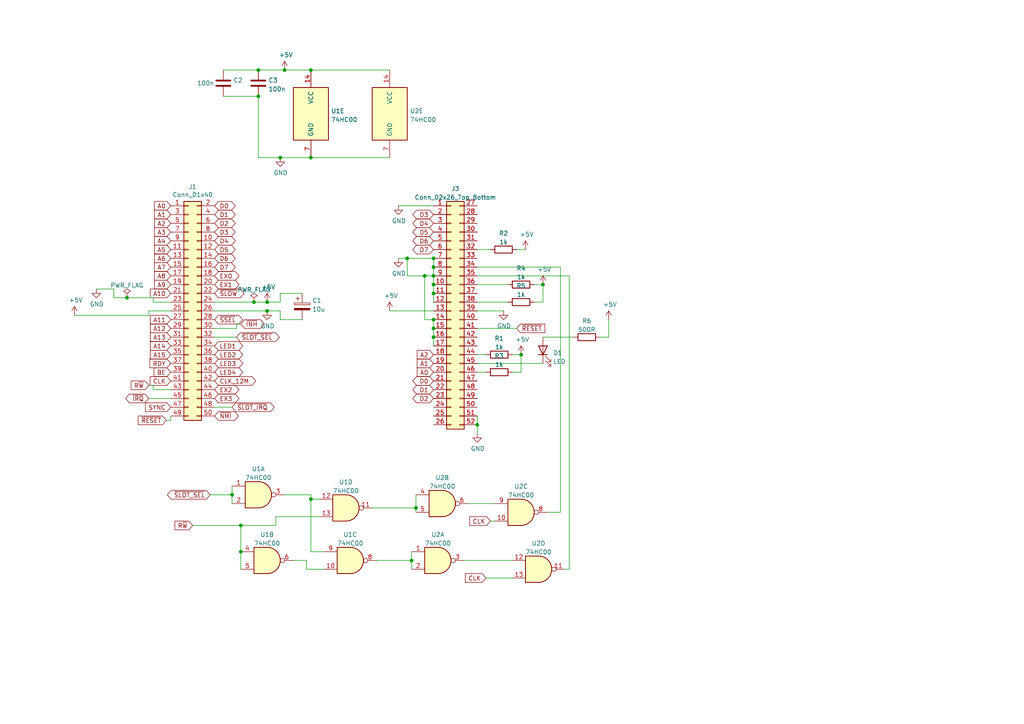
<source format=kicad_sch>
(kicad_sch (version 20211123) (generator eeschema)
  (paper "A4")
  (title_block (title "Compact Flash Board") (date "2023-02-25") (rev "${VERSION}") (company "Six Pixels"))
  (lib_symbols
    (symbol "74xx:74HC00" (pin_names (offset 1.016))
      (property "Reference" "U" (at 0 1.27 0))
      (property "Value" "74HC00" (at 0 -1.27 0))
      (symbol "74HC00_1_1"
        (arc (start 0 -3.81) (mid 3.81 0) (end 0 3.81) (stroke (width 0.254)) (fill (type background)))
        (polyline (pts (xy 0 3.81) (xy -3.81 3.81) (xy -3.81 -3.81) (xy 0 -3.81)) (stroke (width 0.254)) (fill (type background)))
        (pin input line (at -7.62 2.54 0) (length 3.81) (name "~") (number "1"))
        (pin input line (at -7.62 -2.54 0) (length 3.81) (name "~") (number "2"))
        (pin output inverted (at 7.62 0 180) (length 3.81) (name "~") (number "3"))
      )
      (symbol "74HC00_1_2"
        (arc (start -3.81 -3.81) (mid -2.589 0) (end -3.81 3.81) (stroke (width 0.254)))
        (arc (start -0.6096 -3.81) (mid 2.1842 -2.5851) (end 3.81 0) (stroke (width 0.254)) (fill (type background)))
        (polyline (pts (xy -3.81 -3.81) (xy -0.635 -3.81)) (stroke (width 0.254)) (fill (type background)))
        (polyline (pts (xy -3.81 3.81) (xy -0.635 3.81)) (stroke (width 0.254)) (fill (type background)))
        (polyline (pts (xy -0.635 3.81) (xy -3.81 3.81) (xy -3.81 3.81) (xy -3.556 3.4036) (xy -3.0226 2.2606) (xy -2.6924 1.0414) (xy -2.6162 -0.254) (xy -2.7686 -1.4986) (xy -3.175 -2.7178) (xy -3.81 -3.81) (xy -3.81 -3.81) (xy -0.635 -3.81)) (stroke (width -25.4)) (fill (type background)))
        (arc (start 3.81 0) (mid 2.1915 2.5936) (end -0.6096 3.81) (stroke (width 0.254)) (fill (type background)))
        (pin input inverted (at -7.62 2.54 0) (length 4.318) (name "~") (number "1"))
        (pin input inverted (at -7.62 -2.54 0) (length 4.318) (name "~") (number "2"))
        (pin output line (at 7.62 0 180) (length 3.81) (name "~") (number "3"))
      )
      (symbol "74HC00_2_1"
        (arc (start 0 -3.81) (mid 3.81 0) (end 0 3.81) (stroke (width 0.254)) (fill (type background)))
        (polyline (pts (xy 0 3.81) (xy -3.81 3.81) (xy -3.81 -3.81) (xy 0 -3.81)) (stroke (width 0.254)) (fill (type background)))
        (pin input line (at -7.62 2.54 0) (length 3.81) (name "~") (number "4"))
        (pin input line (at -7.62 -2.54 0) (length 3.81) (name "~") (number "5"))
        (pin output inverted (at 7.62 0 180) (length 3.81) (name "~") (number "6"))
      )
      (symbol "74HC00_2_2"
        (arc (start -3.81 -3.81) (mid -2.589 0) (end -3.81 3.81) (stroke (width 0.254)))
        (arc (start -0.6096 -3.81) (mid 2.1842 -2.5851) (end 3.81 0) (stroke (width 0.254)) (fill (type background)))
        (polyline (pts (xy -3.81 -3.81) (xy -0.635 -3.81)) (stroke (width 0.254)) (fill (type background)))
        (polyline (pts (xy -3.81 3.81) (xy -0.635 3.81)) (stroke (width 0.254)) (fill (type background)))
        (polyline (pts (xy -0.635 3.81) (xy -3.81 3.81) (xy -3.81 3.81) (xy -3.556 3.4036) (xy -3.0226 2.2606) (xy -2.6924 1.0414) (xy -2.6162 -0.254) (xy -2.7686 -1.4986) (xy -3.175 -2.7178) (xy -3.81 -3.81) (xy -3.81 -3.81) (xy -0.635 -3.81)) (stroke (width -25.4)) (fill (type background)))
        (arc (start 3.81 0) (mid 2.1915 2.5936) (end -0.6096 3.81) (stroke (width 0.254)) (fill (type background)))
        (pin input inverted (at -7.62 2.54 0) (length 4.318) (name "~") (number "4"))
        (pin input inverted (at -7.62 -2.54 0) (length 4.318) (name "~") (number "5"))
        (pin output line (at 7.62 0 180) (length 3.81) (name "~") (number "6"))
      )
      (symbol "74HC00_3_1"
        (arc (start 0 -3.81) (mid 3.81 0) (end 0 3.81) (stroke (width 0.254)) (fill (type background)))
        (polyline (pts (xy 0 3.81) (xy -3.81 3.81) (xy -3.81 -3.81) (xy 0 -3.81)) (stroke (width 0.254)) (fill (type background)))
        (pin input line (at -7.62 -2.54 0) (length 3.81) (name "~") (number "10"))
        (pin output inverted (at 7.62 0 180) (length 3.81) (name "~") (number "8"))
        (pin input line (at -7.62 2.54 0) (length 3.81) (name "~") (number "9"))
      )
      (symbol "74HC00_3_2"
        (arc (start -3.81 -3.81) (mid -2.589 0) (end -3.81 3.81) (stroke (width 0.254)))
        (arc (start -0.6096 -3.81) (mid 2.1842 -2.5851) (end 3.81 0) (stroke (width 0.254)) (fill (type background)))
        (polyline (pts (xy -3.81 -3.81) (xy -0.635 -3.81)) (stroke (width 0.254)) (fill (type background)))
        (polyline (pts (xy -3.81 3.81) (xy -0.635 3.81)) (stroke (width 0.254)) (fill (type background)))
        (polyline (pts (xy -0.635 3.81) (xy -3.81 3.81) (xy -3.81 3.81) (xy -3.556 3.4036) (xy -3.0226 2.2606) (xy -2.6924 1.0414) (xy -2.6162 -0.254) (xy -2.7686 -1.4986) (xy -3.175 -2.7178) (xy -3.81 -3.81) (xy -3.81 -3.81) (xy -0.635 -3.81)) (stroke (width -25.4)) (fill (type background)))
        (arc (start 3.81 0) (mid 2.1915 2.5936) (end -0.6096 3.81) (stroke (width 0.254)) (fill (type background)))
        (pin input inverted (at -7.62 -2.54 0) (length 4.318) (name "~") (number "10"))
        (pin output line (at 7.62 0 180) (length 3.81) (name "~") (number "8"))
        (pin input inverted (at -7.62 2.54 0) (length 4.318) (name "~") (number "9"))
      )
      (symbol "74HC00_4_1"
        (arc (start 0 -3.81) (mid 3.81 0) (end 0 3.81) (stroke (width 0.254)) (fill (type background)))
        (polyline (pts (xy 0 3.81) (xy -3.81 3.81) (xy -3.81 -3.81) (xy 0 -3.81)) (stroke (width 0.254)) (fill (type background)))
        (pin output inverted (at 7.62 0 180) (length 3.81) (name "~") (number "11"))
        (pin input line (at -7.62 2.54 0) (length 3.81) (name "~") (number "12"))
        (pin input line (at -7.62 -2.54 0) (length 3.81) (name "~") (number "13"))
      )
      (symbol "74HC00_4_2"
        (arc (start -3.81 -3.81) (mid -2.589 0) (end -3.81 3.81) (stroke (width 0.254)))
        (arc (start -0.6096 -3.81) (mid 2.1842 -2.5851) (end 3.81 0) (stroke (width 0.254)) (fill (type background)))
        (polyline (pts (xy -3.81 -3.81) (xy -0.635 -3.81)) (stroke (width 0.254)) (fill (type background)))
        (polyline (pts (xy -3.81 3.81) (xy -0.635 3.81)) (stroke (width 0.254)) (fill (type background)))
        (polyline (pts (xy -0.635 3.81) (xy -3.81 3.81) (xy -3.81 3.81) (xy -3.556 3.4036) (xy -3.0226 2.2606) (xy -2.6924 1.0414) (xy -2.6162 -0.254) (xy -2.7686 -1.4986) (xy -3.175 -2.7178) (xy -3.81 -3.81) (xy -3.81 -3.81) (xy -0.635 -3.81)) (stroke (width -25.4)) (fill (type background)))
        (arc (start 3.81 0) (mid 2.1915 2.5936) (end -0.6096 3.81) (stroke (width 0.254)) (fill (type background)))
        (pin output line (at 7.62 0 180) (length 3.81) (name "~") (number "11"))
        (pin input inverted (at -7.62 2.54 0) (length 4.318) (name "~") (number "12"))
        (pin input inverted (at -7.62 -2.54 0) (length 4.318) (name "~") (number "13"))
      )
      (symbol "74HC00_5_0"
        (pin power_in line (at 0 12.7 270) (length 5.08) (name "VCC") (number "14"))
        (pin power_in line (at 0 -12.7 90) (length 5.08) (name "GND") (number "7"))
      )
      (symbol "74HC00_5_1"
        (rectangle (start -5.08 7.62) (end 5.08 -7.62) (stroke (width 0.254)) (fill (type background)))
      )
    )
    (symbol "Connector_Generic:Conn_02x25_Odd_Even" (pin_names (offset 1.016) hide)
      (property "Reference" "J" (at 1.27 33.02 0))
      (property "Value" "Conn_02x25_Odd_Even" (at 1.27 -33.02 0))
      (symbol "Conn_02x25_Odd_Even_1_1"
        (rectangle (start -1.27 -30.353) (end 0 -30.607) (stroke (width 0.1524)))
        (rectangle (start -1.27 -27.813) (end 0 -28.067) (stroke (width 0.1524)))
        (rectangle (start -1.27 -25.273) (end 0 -25.527) (stroke (width 0.1524)))
        (rectangle (start -1.27 -22.733) (end 0 -22.987) (stroke (width 0.1524)))
        (rectangle (start -1.27 -20.193) (end 0 -20.447) (stroke (width 0.1524)))
        (rectangle (start -1.27 -17.653) (end 0 -17.907) (stroke (width 0.1524)))
        (rectangle (start -1.27 -15.113) (end 0 -15.367) (stroke (width 0.1524)))
        (rectangle (start -1.27 -12.573) (end 0 -12.827) (stroke (width 0.1524)))
        (rectangle (start -1.27 -10.033) (end 0 -10.287) (stroke (width 0.1524)))
        (rectangle (start -1.27 -7.493) (end 0 -7.747) (stroke (width 0.1524)))
        (rectangle (start -1.27 -4.953) (end 0 -5.207) (stroke (width 0.1524)))
        (rectangle (start -1.27 -2.413) (end 0 -2.667) (stroke (width 0.1524)))
        (rectangle (start -1.27 0.127) (end 0 -0.127) (stroke (width 0.1524)))
        (rectangle (start -1.27 2.667) (end 0 2.413) (stroke (width 0.1524)))
        (rectangle (start -1.27 5.207) (end 0 4.953) (stroke (width 0.1524)))
        (rectangle (start -1.27 7.747) (end 0 7.493) (stroke (width 0.1524)))
        (rectangle (start -1.27 10.287) (end 0 10.033) (stroke (width 0.1524)))
        (rectangle (start -1.27 12.827) (end 0 12.573) (stroke (width 0.1524)))
        (rectangle (start -1.27 15.367) (end 0 15.113) (stroke (width 0.1524)))
        (rectangle (start -1.27 17.907) (end 0 17.653) (stroke (width 0.1524)))
        (rectangle (start -1.27 20.447) (end 0 20.193) (stroke (width 0.1524)))
        (rectangle (start -1.27 22.987) (end 0 22.733) (stroke (width 0.1524)))
        (rectangle (start -1.27 25.527) (end 0 25.273) (stroke (width 0.1524)))
        (rectangle (start -1.27 28.067) (end 0 27.813) (stroke (width 0.1524)))
        (rectangle (start -1.27 30.607) (end 0 30.353) (stroke (width 0.1524)))
        (rectangle (start -1.27 31.75) (end 3.81 -31.75) (stroke (width 0.254)) (fill (type background)))
        (rectangle (start 3.81 -30.353) (end 2.54 -30.607) (stroke (width 0.1524)))
        (rectangle (start 3.81 -27.813) (end 2.54 -28.067) (stroke (width 0.1524)))
        (rectangle (start 3.81 -25.273) (end 2.54 -25.527) (stroke (width 0.1524)))
        (rectangle (start 3.81 -22.733) (end 2.54 -22.987) (stroke (width 0.1524)))
        (rectangle (start 3.81 -20.193) (end 2.54 -20.447) (stroke (width 0.1524)))
        (rectangle (start 3.81 -17.653) (end 2.54 -17.907) (stroke (width 0.1524)))
        (rectangle (start 3.81 -15.113) (end 2.54 -15.367) (stroke (width 0.1524)))
        (rectangle (start 3.81 -12.573) (end 2.54 -12.827) (stroke (width 0.1524)))
        (rectangle (start 3.81 -10.033) (end 2.54 -10.287) (stroke (width 0.1524)))
        (rectangle (start 3.81 -7.493) (end 2.54 -7.747) (stroke (width 0.1524)))
        (rectangle (start 3.81 -4.953) (end 2.54 -5.207) (stroke (width 0.1524)))
        (rectangle (start 3.81 -2.413) (end 2.54 -2.667) (stroke (width 0.1524)))
        (rectangle (start 3.81 0.127) (end 2.54 -0.127) (stroke (width 0.1524)))
        (rectangle (start 3.81 2.667) (end 2.54 2.413) (stroke (width 0.1524)))
        (rectangle (start 3.81 5.207) (end 2.54 4.953) (stroke (width 0.1524)))
        (rectangle (start 3.81 7.747) (end 2.54 7.493) (stroke (width 0.1524)))
        (rectangle (start 3.81 10.287) (end 2.54 10.033) (stroke (width 0.1524)))
        (rectangle (start 3.81 12.827) (end 2.54 12.573) (stroke (width 0.1524)))
        (rectangle (start 3.81 15.367) (end 2.54 15.113) (stroke (width 0.1524)))
        (rectangle (start 3.81 17.907) (end 2.54 17.653) (stroke (width 0.1524)))
        (rectangle (start 3.81 20.447) (end 2.54 20.193) (stroke (width 0.1524)))
        (rectangle (start 3.81 22.987) (end 2.54 22.733) (stroke (width 0.1524)))
        (rectangle (start 3.81 25.527) (end 2.54 25.273) (stroke (width 0.1524)))
        (rectangle (start 3.81 28.067) (end 2.54 27.813) (stroke (width 0.1524)))
        (rectangle (start 3.81 30.607) (end 2.54 30.353) (stroke (width 0.1524)))
        (pin passive line (at -5.08 30.48 0) (length 3.81) (name "Pin_1") (number "1"))
        (pin passive line (at 7.62 20.32 180) (length 3.81) (name "Pin_10") (number "10"))
        (pin passive line (at -5.08 17.78 0) (length 3.81) (name "Pin_11") (number "11"))
        (pin passive line (at 7.62 17.78 180) (length 3.81) (name "Pin_12") (number "12"))
        (pin passive line (at -5.08 15.24 0) (length 3.81) (name "Pin_13") (number "13"))
        (pin passive line (at 7.62 15.24 180) (length 3.81) (name "Pin_14") (number "14"))
        (pin passive line (at -5.08 12.7 0) (length 3.81) (name "Pin_15") (number "15"))
        (pin passive line (at 7.62 12.7 180) (length 3.81) (name "Pin_16") (number "16"))
        (pin passive line (at -5.08 10.16 0) (length 3.81) (name "Pin_17") (number "17"))
        (pin passive line (at 7.62 10.16 180) (length 3.81) (name "Pin_18") (number "18"))
        (pin passive line (at -5.08 7.62 0) (length 3.81) (name "Pin_19") (number "19"))
        (pin passive line (at 7.62 30.48 180) (length 3.81) (name "Pin_2") (number "2"))
        (pin passive line (at 7.62 7.62 180) (length 3.81) (name "Pin_20") (number "20"))
        (pin passive line (at -5.08 5.08 0) (length 3.81) (name "Pin_21") (number "21"))
        (pin passive line (at 7.62 5.08 180) (length 3.81) (name "Pin_22") (number "22"))
        (pin passive line (at -5.08 2.54 0) (length 3.81) (name "Pin_23") (number "23"))
        (pin passive line (at 7.62 2.54 180) (length 3.81) (name "Pin_24") (number "24"))
        (pin passive line (at -5.08 0 0) (length 3.81) (name "Pin_25") (number "25"))
        (pin passive line (at 7.62 0 180) (length 3.81) (name "Pin_26") (number "26"))
        (pin passive line (at -5.08 -2.54 0) (length 3.81) (name "Pin_27") (number "27"))
        (pin passive line (at 7.62 -2.54 180) (length 3.81) (name "Pin_28") (number "28"))
        (pin passive line (at -5.08 -5.08 0) (length 3.81) (name "Pin_29") (number "29"))
        (pin passive line (at -5.08 27.94 0) (length 3.81) (name "Pin_3") (number "3"))
        (pin passive line (at 7.62 -5.08 180) (length 3.81) (name "Pin_30") (number "30"))
        (pin passive line (at -5.08 -7.62 0) (length 3.81) (name "Pin_31") (number "31"))
        (pin passive line (at 7.62 -7.62 180) (length 3.81) (name "Pin_32") (number "32"))
        (pin passive line (at -5.08 -10.16 0) (length 3.81) (name "Pin_33") (number "33"))
        (pin passive line (at 7.62 -10.16 180) (length 3.81) (name "Pin_34") (number "34"))
        (pin passive line (at -5.08 -12.7 0) (length 3.81) (name "Pin_35") (number "35"))
        (pin passive line (at 7.62 -12.7 180) (length 3.81) (name "Pin_36") (number "36"))
        (pin passive line (at -5.08 -15.24 0) (length 3.81) (name "Pin_37") (number "37"))
        (pin passive line (at 7.62 -15.24 180) (length 3.81) (name "Pin_38") (number "38"))
        (pin passive line (at -5.08 -17.78 0) (length 3.81) (name "Pin_39") (number "39"))
        (pin passive line (at 7.62 27.94 180) (length 3.81) (name "Pin_4") (number "4"))
        (pin passive line (at 7.62 -17.78 180) (length 3.81) (name "Pin_40") (number "40"))
        (pin passive line (at -5.08 -20.32 0) (length 3.81) (name "Pin_41") (number "41"))
        (pin passive line (at 7.62 -20.32 180) (length 3.81) (name "Pin_42") (number "42"))
        (pin passive line (at -5.08 -22.86 0) (length 3.81) (name "Pin_43") (number "43"))
        (pin passive line (at 7.62 -22.86 180) (length 3.81) (name "Pin_44") (number "44"))
        (pin passive line (at -5.08 -25.4 0) (length 3.81) (name "Pin_45") (number "45"))
        (pin passive line (at 7.62 -25.4 180) (length 3.81) (name "Pin_46") (number "46"))
        (pin passive line (at -5.08 -27.94 0) (length 3.81) (name "Pin_47") (number "47"))
        (pin passive line (at 7.62 -27.94 180) (length 3.81) (name "Pin_48") (number "48"))
        (pin passive line (at -5.08 -30.48 0) (length 3.81) (name "Pin_49") (number "49"))
        (pin passive line (at -5.08 25.4 0) (length 3.81) (name "Pin_5") (number "5"))
        (pin passive line (at 7.62 -30.48 180) (length 3.81) (name "Pin_50") (number "50"))
        (pin passive line (at 7.62 25.4 180) (length 3.81) (name "Pin_6") (number "6"))
        (pin passive line (at -5.08 22.86 0) (length 3.81) (name "Pin_7") (number "7"))
        (pin passive line (at 7.62 22.86 180) (length 3.81) (name "Pin_8") (number "8"))
        (pin passive line (at -5.08 20.32 0) (length 3.81) (name "Pin_9") (number "9"))
      )
    )
    (symbol "Connector_Generic:Conn_02x26_Top_Bottom" (pin_names (offset 1.016) hide)
      (property "Reference" "J" (at 1.27 33.02 0))
      (property "Value" "Conn_02x26_Top_Bottom" (at 1.27 -35.56 0))
      (symbol "Conn_02x26_Top_Bottom_1_1"
        (rectangle (start -1.27 -32.893) (end 0 -33.147) (stroke (width 0.1524)))
        (rectangle (start -1.27 -30.353) (end 0 -30.607) (stroke (width 0.1524)))
        (rectangle (start -1.27 -27.813) (end 0 -28.067) (stroke (width 0.1524)))
        (rectangle (start -1.27 -25.273) (end 0 -25.527) (stroke (width 0.1524)))
        (rectangle (start -1.27 -22.733) (end 0 -22.987) (stroke (width 0.1524)))
        (rectangle (start -1.27 -20.193) (end 0 -20.447) (stroke (width 0.1524)))
        (rectangle (start -1.27 -17.653) (end 0 -17.907) (stroke (width 0.1524)))
        (rectangle (start -1.27 -15.113) (end 0 -15.367) (stroke (width 0.1524)))
        (rectangle (start -1.27 -12.573) (end 0 -12.827) (stroke (width 0.1524)))
        (rectangle (start -1.27 -10.033) (end 0 -10.287) (stroke (width 0.1524)))
        (rectangle (start -1.27 -7.493) (end 0 -7.747) (stroke (width 0.1524)))
        (rectangle (start -1.27 -4.953) (end 0 -5.207) (stroke (width 0.1524)))
        (rectangle (start -1.27 -2.413) (end 0 -2.667) (stroke (width 0.1524)))
        (rectangle (start -1.27 0.127) (end 0 -0.127) (stroke (width 0.1524)))
        (rectangle (start -1.27 2.667) (end 0 2.413) (stroke (width 0.1524)))
        (rectangle (start -1.27 5.207) (end 0 4.953) (stroke (width 0.1524)))
        (rectangle (start -1.27 7.747) (end 0 7.493) (stroke (width 0.1524)))
        (rectangle (start -1.27 10.287) (end 0 10.033) (stroke (width 0.1524)))
        (rectangle (start -1.27 12.827) (end 0 12.573) (stroke (width 0.1524)))
        (rectangle (start -1.27 15.367) (end 0 15.113) (stroke (width 0.1524)))
        (rectangle (start -1.27 17.907) (end 0 17.653) (stroke (width 0.1524)))
        (rectangle (start -1.27 20.447) (end 0 20.193) (stroke (width 0.1524)))
        (rectangle (start -1.27 22.987) (end 0 22.733) (stroke (width 0.1524)))
        (rectangle (start -1.27 25.527) (end 0 25.273) (stroke (width 0.1524)))
        (rectangle (start -1.27 28.067) (end 0 27.813) (stroke (width 0.1524)))
        (rectangle (start -1.27 30.607) (end 0 30.353) (stroke (width 0.1524)))
        (rectangle (start -1.27 31.75) (end 3.81 -34.29) (stroke (width 0.254)) (fill (type background)))
        (rectangle (start 3.81 -32.893) (end 2.54 -33.147) (stroke (width 0.1524)))
        (rectangle (start 3.81 -30.353) (end 2.54 -30.607) (stroke (width 0.1524)))
        (rectangle (start 3.81 -27.813) (end 2.54 -28.067) (stroke (width 0.1524)))
        (rectangle (start 3.81 -25.273) (end 2.54 -25.527) (stroke (width 0.1524)))
        (rectangle (start 3.81 -22.733) (end 2.54 -22.987) (stroke (width 0.1524)))
        (rectangle (start 3.81 -20.193) (end 2.54 -20.447) (stroke (width 0.1524)))
        (rectangle (start 3.81 -17.653) (end 2.54 -17.907) (stroke (width 0.1524)))
        (rectangle (start 3.81 -15.113) (end 2.54 -15.367) (stroke (width 0.1524)))
        (rectangle (start 3.81 -12.573) (end 2.54 -12.827) (stroke (width 0.1524)))
        (rectangle (start 3.81 -10.033) (end 2.54 -10.287) (stroke (width 0.1524)))
        (rectangle (start 3.81 -7.493) (end 2.54 -7.747) (stroke (width 0.1524)))
        (rectangle (start 3.81 -4.953) (end 2.54 -5.207) (stroke (width 0.1524)))
        (rectangle (start 3.81 -2.413) (end 2.54 -2.667) (stroke (width 0.1524)))
        (rectangle (start 3.81 0.127) (end 2.54 -0.127) (stroke (width 0.1524)))
        (rectangle (start 3.81 2.667) (end 2.54 2.413) (stroke (width 0.1524)))
        (rectangle (start 3.81 5.207) (end 2.54 4.953) (stroke (width 0.1524)))
        (rectangle (start 3.81 7.747) (end 2.54 7.493) (stroke (width 0.1524)))
        (rectangle (start 3.81 10.287) (end 2.54 10.033) (stroke (width 0.1524)))
        (rectangle (start 3.81 12.827) (end 2.54 12.573) (stroke (width 0.1524)))
        (rectangle (start 3.81 15.367) (end 2.54 15.113) (stroke (width 0.1524)))
        (rectangle (start 3.81 17.907) (end 2.54 17.653) (stroke (width 0.1524)))
        (rectangle (start 3.81 20.447) (end 2.54 20.193) (stroke (width 0.1524)))
        (rectangle (start 3.81 22.987) (end 2.54 22.733) (stroke (width 0.1524)))
        (rectangle (start 3.81 25.527) (end 2.54 25.273) (stroke (width 0.1524)))
        (rectangle (start 3.81 28.067) (end 2.54 27.813) (stroke (width 0.1524)))
        (rectangle (start 3.81 30.607) (end 2.54 30.353) (stroke (width 0.1524)))
        (pin passive line (at -5.08 30.48 0) (length 3.81) (name "Pin_1") (number "1"))
        (pin passive line (at -5.08 7.62 0) (length 3.81) (name "Pin_10") (number "10"))
        (pin passive line (at -5.08 5.08 0) (length 3.81) (name "Pin_11") (number "11"))
        (pin passive line (at -5.08 2.54 0) (length 3.81) (name "Pin_12") (number "12"))
        (pin passive line (at -5.08 0 0) (length 3.81) (name "Pin_13") (number "13"))
        (pin passive line (at -5.08 -2.54 0) (length 3.81) (name "Pin_14") (number "14"))
        (pin passive line (at -5.08 -5.08 0) (length 3.81) (name "Pin_15") (number "15"))
        (pin passive line (at -5.08 -7.62 0) (length 3.81) (name "Pin_16") (number "16"))
        (pin passive line (at -5.08 -10.16 0) (length 3.81) (name "Pin_17") (number "17"))
        (pin passive line (at -5.08 -12.7 0) (length 3.81) (name "Pin_18") (number "18"))
        (pin passive line (at -5.08 -15.24 0) (length 3.81) (name "Pin_19") (number "19"))
        (pin passive line (at -5.08 27.94 0) (length 3.81) (name "Pin_2") (number "2"))
        (pin passive line (at -5.08 -17.78 0) (length 3.81) (name "Pin_20") (number "20"))
        (pin passive line (at -5.08 -20.32 0) (length 3.81) (name "Pin_21") (number "21"))
        (pin passive line (at -5.08 -22.86 0) (length 3.81) (name "Pin_22") (number "22"))
        (pin passive line (at -5.08 -25.4 0) (length 3.81) (name "Pin_23") (number "23"))
        (pin passive line (at -5.08 -27.94 0) (length 3.81) (name "Pin_24") (number "24"))
        (pin passive line (at -5.08 -30.48 0) (length 3.81) (name "Pin_25") (number "25"))
        (pin passive line (at -5.08 -33.02 0) (length 3.81) (name "Pin_26") (number "26"))
        (pin passive line (at 7.62 30.48 180) (length 3.81) (name "Pin_27") (number "27"))
        (pin passive line (at 7.62 27.94 180) (length 3.81) (name "Pin_28") (number "28"))
        (pin passive line (at 7.62 25.4 180) (length 3.81) (name "Pin_29") (number "29"))
        (pin passive line (at -5.08 25.4 0) (length 3.81) (name "Pin_3") (number "3"))
        (pin passive line (at 7.62 22.86 180) (length 3.81) (name "Pin_30") (number "30"))
        (pin passive line (at 7.62 20.32 180) (length 3.81) (name "Pin_31") (number "31"))
        (pin passive line (at 7.62 17.78 180) (length 3.81) (name "Pin_32") (number "32"))
        (pin passive line (at 7.62 15.24 180) (length 3.81) (name "Pin_33") (number "33"))
        (pin passive line (at 7.62 12.7 180) (length 3.81) (name "Pin_34") (number "34"))
        (pin passive line (at 7.62 10.16 180) (length 3.81) (name "Pin_35") (number "35"))
        (pin passive line (at 7.62 7.62 180) (length 3.81) (name "Pin_36") (number "36"))
        (pin passive line (at 7.62 5.08 180) (length 3.81) (name "Pin_37") (number "37"))
        (pin passive line (at 7.62 2.54 180) (length 3.81) (name "Pin_38") (number "38"))
        (pin passive line (at 7.62 0 180) (length 3.81) (name "Pin_39") (number "39"))
        (pin passive line (at -5.08 22.86 0) (length 3.81) (name "Pin_4") (number "4"))
        (pin passive line (at 7.62 -2.54 180) (length 3.81) (name "Pin_40") (number "40"))
        (pin passive line (at 7.62 -5.08 180) (length 3.81) (name "Pin_41") (number "41"))
        (pin passive line (at 7.62 -7.62 180) (length 3.81) (name "Pin_42") (number "42"))
        (pin passive line (at 7.62 -10.16 180) (length 3.81) (name "Pin_43") (number "43"))
        (pin passive line (at 7.62 -12.7 180) (length 3.81) (name "Pin_44") (number "44"))
        (pin passive line (at 7.62 -15.24 180) (length 3.81) (name "Pin_45") (number "45"))
        (pin passive line (at 7.62 -17.78 180) (length 3.81) (name "Pin_46") (number "46"))
        (pin passive line (at 7.62 -20.32 180) (length 3.81) (name "Pin_47") (number "47"))
        (pin passive line (at 7.62 -22.86 180) (length 3.81) (name "Pin_48") (number "48"))
        (pin passive line (at 7.62 -25.4 180) (length 3.81) (name "Pin_49") (number "49"))
        (pin passive line (at -5.08 20.32 0) (length 3.81) (name "Pin_5") (number "5"))
        (pin passive line (at 7.62 -27.94 180) (length 3.81) (name "Pin_50") (number "50"))
        (pin passive line (at 7.62 -30.48 180) (length 3.81) (name "Pin_51") (number "51"))
        (pin passive line (at 7.62 -33.02 180) (length 3.81) (name "Pin_52") (number "52"))
        (pin passive line (at -5.08 17.78 0) (length 3.81) (name "Pin_6") (number "6"))
        (pin passive line (at -5.08 15.24 0) (length 3.81) (name "Pin_7") (number "7"))
        (pin passive line (at -5.08 12.7 0) (length 3.81) (name "Pin_8") (number "8"))
        (pin passive line (at -5.08 10.16 0) (length 3.81) (name "Pin_9") (number "9"))
      )
    )
    (symbol "Device:C" (pin_numbers hide) (pin_names (offset 0.254))
      (property "Reference" "C" (at 0.635 2.54 0))
      (property "Value" "C" (at 0.635 -2.54 0))
      (symbol "C_0_1"
        (polyline (pts (xy -2.032 -0.762) (xy 2.032 -0.762)) (stroke (width 0.508)))
        (polyline (pts (xy -2.032 0.762) (xy 2.032 0.762)) (stroke (width 0.508)))
      )
      (symbol "C_1_1"
        (pin passive line (at 0 3.81 270) (length 2.794) (name "~") (number "1"))
        (pin passive line (at 0 -3.81 90) (length 2.794) (name "~") (number "2"))
      )
    )
    (symbol "Device:C_Polarized" (pin_numbers hide) (pin_names (offset 0.254))
      (property "Reference" "C" (at 0.635 2.54 0))
      (property "Value" "C_Polarized" (at 0.635 -2.54 0))
      (symbol "C_Polarized_0_1"
        (rectangle (start -2.286 0.508) (end 2.286 1.016))
        (polyline (pts (xy -1.778 2.286) (xy -0.762 2.286)))
        (polyline (pts (xy -1.27 2.794) (xy -1.27 1.778)))
        (rectangle (start 2.286 -0.508) (end -2.286 -1.016) (fill (type outline)))
      )
      (symbol "C_Polarized_1_1"
        (pin passive line (at 0 3.81 270) (length 2.794) (name "~") (number "1"))
        (pin passive line (at 0 -3.81 90) (length 2.794) (name "~") (number "2"))
      )
    )
    (symbol "Device:LED" (pin_numbers hide) (pin_names (offset 1.016) hide)
      (property "Reference" "D" (at 0 2.54 0))
      (property "Value" "LED" (at 0 -2.54 0))
      (symbol "LED_0_1"
        (polyline (pts (xy -1.27 -1.27) (xy -1.27 1.27)) (stroke (width 0.254)))
        (polyline (pts (xy -1.27 0) (xy 1.27 0)))
        (polyline (pts (xy 1.27 -1.27) (xy 1.27 1.27) (xy -1.27 0) (xy 1.27 -1.27)) (stroke (width 0.254)))
        (polyline (pts (xy -3.048 -0.762) (xy -4.572 -2.286) (xy -3.81 -2.286) (xy -4.572 -2.286) (xy -4.572 -1.524)))
        (polyline (pts (xy -1.778 -0.762) (xy -3.302 -2.286) (xy -2.54 -2.286) (xy -3.302 -2.286) (xy -3.302 -1.524)))
      )
      (symbol "LED_1_1"
        (pin passive line (at -3.81 0 0) (length 2.54) (name "K") (number "1"))
        (pin passive line (at 3.81 0 180) (length 2.54) (name "A") (number "2"))
      )
    )
    (symbol "Device:R" (pin_numbers hide) (pin_names (offset 0))
      (property "Reference" "R" (at 2.032 0 90))
      (property "Value" "R" (at 0 0 90))
      (symbol "R_0_1"
        (rectangle (start -1.016 -2.54) (end 1.016 2.54) (stroke (width 0.254)))
      )
      (symbol "R_1_1"
        (pin passive line (at 0 3.81 270) (length 1.27) (name "~") (number "1"))
        (pin passive line (at 0 -3.81 90) (length 1.27) (name "~") (number "2"))
      )
    )
    (symbol "power:+5V" (power) (pin_names (offset 0))
      (property "Value" "+5V" (at 0 3.556 0))
      (symbol "+5V_0_1"
        (polyline (pts (xy -0.762 1.27) (xy 0 2.54)))
        (polyline (pts (xy 0 0) (xy 0 2.54)))
        (polyline (pts (xy 0 2.54) (xy 0.762 1.27)))
      )
      (symbol "+5V_1_1"
        (pin power_in line (at 0 0 90) (length 0) hide (name "+5V") (number "1"))
      )
    )
    (symbol "power:GND" (power) (pin_names (offset 0))
      (property "Value" "GND" (at 0 -3.81 0))
      (symbol "GND_0_1"
        (polyline (pts (xy 0 0) (xy 0 -1.27) (xy 1.27 -1.27) (xy 0 -2.54) (xy -1.27 -1.27) (xy 0 -1.27)))
      )
      (symbol "GND_1_1"
        (pin power_in line (at 0 0 270) (length 0) hide (name "GND") (number "1"))
      )
    )
    (symbol "power:PWR_FLAG" (power) (pin_numbers hide) (pin_names (offset 0) hide)
      (property "Value" "PWR_FLAG" (at 0 3.81 0))
      (symbol "PWR_FLAG_0_0"
        (pin power_out line (at 0 0 90) (length 0) (name "pwr") (number "1"))
      )
      (symbol "PWR_FLAG_0_1"
        (polyline (pts (xy 0 0) (xy 0 1.27) (xy -1.016 1.905) (xy 0 2.54) (xy 1.016 1.905) (xy 0 1.27)))
      )
    )
  )
  (junction (at 74.93 20.32))
  (junction (at 125.73 77.47))
  (junction (at 73.66 87.63))
  (junction (at 69.85 160.02))
  (junction (at 81.28 45.72))
  (junction (at 120.65 147.32))
  (junction (at 125.73 92.71))
  (junction (at 77.47 87.63))
  (junction (at 125.73 74.93))
  (junction (at 36.83 86.36))
  (junction (at 151.13 102.87))
  (junction (at 125.73 85.09))
  (junction (at 125.73 95.25))
  (junction (at 90.17 144.78))
  (junction (at 90.17 20.32))
  (junction (at 123.19 80.01))
  (junction (at 125.73 97.79))
  (junction (at 77.47 90.17))
  (junction (at 74.93 27.94))
  (junction (at 90.17 45.72))
  (junction (at 67.31 143.51))
  (junction (at 138.43 123.19))
  (junction (at 69.85 152.4))
  (junction (at 118.11 74.93))
  (junction (at 82.55 20.32))
  (junction (at 125.73 80.01))
  (junction (at 125.73 82.55))
  (junction (at 119.38 162.56))
  (junction (at 157.48 82.55))
  (wire (pts (xy 115.57 59.69) (xy 125.73 59.69)))
  (wire (pts (xy 154.94 82.55) (xy 157.48 82.55)))
  (wire (pts (xy 149.86 72.39) (xy 152.4 72.39)))
  (wire (pts (xy 87.63 85.09) (xy 81.28 85.09)))
  (wire (pts (xy 157.48 87.63) (xy 157.48 82.55)))
  (wire (pts (xy 123.19 80.01) (xy 118.11 80.01)))
  (wire (pts (xy 82.55 143.51) (xy 90.17 143.51)))
  (wire (pts (xy 125.73 100.33) (xy 125.73 97.79)))
  (wire (pts (xy 44.45 113.03) (xy 49.53 113.03)))
  (wire (pts (xy 85.09 162.56) (xy 88.9 162.56)))
  (wire (pts (xy 88.9 162.56) (xy 88.9 165.1)))
  (wire (pts (xy 43.18 115.57) (xy 49.53 115.57)))
  (wire (pts (xy 120.65 147.32) (xy 120.65 148.59)))
  (wire (pts (xy 90.17 160.02) (xy 90.17 144.78)))
  (wire (pts (xy 49.53 90.17) (xy 43.18 90.17)))
  (wire (pts (xy 176.53 97.79) (xy 176.53 92.71)))
  (wire (pts (xy 81.28 45.72) (xy 74.93 45.72)))
  (wire (pts (xy 82.55 20.32) (xy 90.17 20.32)))
  (wire (pts (xy 36.83 86.36) (xy 44.45 86.36)))
  (wire (pts (xy 118.11 80.01) (xy 118.11 74.93)))
  (wire (pts (xy 157.48 97.79) (xy 166.37 97.79)))
  (wire (pts (xy 142.24 151.13) (xy 143.51 151.13)))
  (wire (pts (xy 69.85 160.02) (xy 69.85 165.1)))
  (wire (pts (xy 68.58 95.25) (xy 62.23 95.25)))
  (wire (pts (xy 107.95 147.32) (xy 120.65 147.32)))
  (wire (pts (xy 44.45 87.63) (xy 44.45 86.36)))
  (wire (pts (xy 134.62 162.56) (xy 148.59 162.56)))
  (wire (pts (xy 125.73 80.01) (xy 123.19 80.01)))
  (wire (pts (xy 64.77 20.32) (xy 74.93 20.32)))
  (wire (pts (xy 90.17 20.32) (xy 113.03 20.32)))
  (wire (pts (xy 125.73 95.25) (xy 125.73 92.71)))
  (wire (pts (xy 165.1 80.01) (xy 165.1 165.1)))
  (wire (pts (xy 173.99 97.79) (xy 176.53 97.79)))
  (wire (pts (xy 67.31 118.11) (xy 62.23 118.11)))
  (wire (pts (xy 81.28 90.17) (xy 77.47 90.17)))
  (wire (pts (xy 125.73 74.93) (xy 125.73 77.47)))
  (wire (pts (xy 87.63 92.71) (xy 81.28 92.71)))
  (wire (pts (xy 113.03 90.17) (xy 125.73 90.17)))
  (wire (pts (xy 67.31 143.51) (xy 67.31 140.97)))
  (wire (pts (xy 69.85 93.98) (xy 68.58 93.98)))
  (wire (pts (xy 113.03 45.72) (xy 90.17 45.72)))
  (wire (pts (xy 55.88 152.4) (xy 69.85 152.4)))
  (wire (pts (xy 74.93 20.32) (xy 82.55 20.32)))
  (wire (pts (xy 68.58 97.79) (xy 62.23 97.79)))
  (wire (pts (xy 138.43 90.17) (xy 146.05 90.17)))
  (wire (pts (xy 125.73 80.01) (xy 125.73 82.55)))
  (wire (pts (xy 154.94 87.63) (xy 157.48 87.63)))
  (wire (pts (xy 138.43 123.19) (xy 138.43 125.73)))
  (wire (pts (xy 48.26 121.92) (xy 49.53 121.92)))
  (wire (pts (xy 125.73 97.79) (xy 125.73 95.25)))
  (wire (pts (xy 140.97 167.64) (xy 148.59 167.64)))
  (wire (pts (xy 88.9 165.1) (xy 93.98 165.1)))
  (wire (pts (xy 148.59 102.87) (xy 151.13 102.87)))
  (wire (pts (xy 109.22 162.56) (xy 119.38 162.56)))
  (wire (pts (xy 162.56 77.47) (xy 162.56 148.59)))
  (wire (pts (xy 60.96 143.51) (xy 67.31 143.51)))
  (wire (pts (xy 138.43 120.65) (xy 138.43 123.19)))
  (wire (pts (xy 148.59 107.95) (xy 151.13 107.95)))
  (wire (pts (xy 69.85 152.4) (xy 69.85 160.02)))
  (wire (pts (xy 81.28 85.09) (xy 81.28 87.63)))
  (wire (pts (xy 125.73 85.09) (xy 125.73 87.63)))
  (wire (pts (xy 119.38 162.56) (xy 119.38 165.1)))
  (wire (pts (xy 33.02 86.36) (xy 36.83 86.36)))
  (wire (pts (xy 93.98 160.02) (xy 90.17 160.02)))
  (wire (pts (xy 43.18 111.76) (xy 44.45 111.76)))
  (wire (pts (xy 73.66 87.63) (xy 77.47 87.63)))
  (wire (pts (xy 49.53 121.92) (xy 49.53 120.65)))
  (wire (pts (xy 44.45 111.76) (xy 44.45 113.03)))
  (wire (pts (xy 90.17 144.78) (xy 92.71 144.78)))
  (wire (pts (xy 80.01 152.4) (xy 80.01 149.86)))
  (wire (pts (xy 138.43 95.25) (xy 149.86 95.25)))
  (wire (pts (xy 90.17 143.51) (xy 90.17 144.78)))
  (wire (pts (xy 125.73 77.47) (xy 125.73 80.01)))
  (wire (pts (xy 138.43 80.01) (xy 165.1 80.01)))
  (wire (pts (xy 125.73 92.71) (xy 123.19 92.71)))
  (wire (pts (xy 135.89 146.05) (xy 143.51 146.05)))
  (wire (pts (xy 138.43 72.39) (xy 142.24 72.39)))
  (wire (pts (xy 64.77 27.94) (xy 74.93 27.94)))
  (wire (pts (xy 33.02 86.36) (xy 33.02 83.82)))
  (wire (pts (xy 44.45 87.63) (xy 49.53 87.63)))
  (wire (pts (xy 119.38 160.02) (xy 119.38 162.56)))
  (wire (pts (xy 138.43 105.41) (xy 157.48 105.41)))
  (wire (pts (xy 43.18 91.44) (xy 43.18 90.17)))
  (wire (pts (xy 125.73 82.55) (xy 125.73 85.09)))
  (wire (pts (xy 162.56 77.47) (xy 138.43 77.47)))
  (wire (pts (xy 74.93 45.72) (xy 74.93 27.94)))
  (wire (pts (xy 118.11 74.93) (xy 125.73 74.93)))
  (wire (pts (xy 62.23 87.63) (xy 73.66 87.63)))
  (wire (pts (xy 33.02 83.82) (xy 27.94 83.82)))
  (wire (pts (xy 138.43 107.95) (xy 140.97 107.95)))
  (wire (pts (xy 138.43 87.63) (xy 147.32 87.63)))
  (wire (pts (xy 115.57 74.93) (xy 118.11 74.93)))
  (wire (pts (xy 158.75 148.59) (xy 162.56 148.59)))
  (wire (pts (xy 68.58 93.98) (xy 68.58 95.25)))
  (wire (pts (xy 67.31 143.51) (xy 67.31 146.05)))
  (wire (pts (xy 151.13 102.87) (xy 151.13 107.95)))
  (wire (pts (xy 81.28 92.71) (xy 81.28 90.17)))
  (wire (pts (xy 81.28 87.63) (xy 77.47 87.63)))
  (wire (pts (xy 62.23 90.17) (xy 77.47 90.17)))
  (wire (pts (xy 138.43 82.55) (xy 147.32 82.55)))
  (wire (pts (xy 21.59 91.44) (xy 43.18 91.44)))
  (wire (pts (xy 163.83 165.1) (xy 165.1 165.1)))
  (wire (pts (xy 90.17 45.72) (xy 81.28 45.72)))
  (wire (pts (xy 138.43 102.87) (xy 140.97 102.87)))
  (wire (pts (xy 69.85 152.4) (xy 80.01 152.4)))
  (wire (pts (xy 80.01 149.86) (xy 92.71 149.86)))
  (wire (pts (xy 120.65 143.51) (xy 120.65 147.32)))
  (wire (pts (xy 123.19 92.71) (xy 123.19 80.01)))
  (global_label "A7" (shape input) (at 49.53 77.47 180) (property "Intersheet References" "${INTERSHEET_REFS}" (effects hide)))
  (global_label "~{SSEL}" (shape bidirectional) (at 62.23 92.71 0) (property "Intersheet References" "${INTERSHEET_REFS}" (effects hide)))
  (global_label "CLK_12M" (shape bidirectional) (at 62.23 110.49 0) (property "Intersheet References" "${INTERSHEET_REFS}" (effects hide)))
  (global_label "A13" (shape input) (at 49.53 97.79 180) (property "Intersheet References" "${INTERSHEET_REFS}" (effects hide)))
  (global_label "EX3" (shape bidirectional) (at 62.23 115.57 0) (property "Intersheet References" "${INTERSHEET_REFS}" (effects hide)))
  (global_label "A0" (shape input) (at 49.53 59.69 180) (property "Intersheet References" "${INTERSHEET_REFS}" (effects hide)))
  (global_label "CLK" (shape input) (at 140.97 167.64 180) (property "Intersheet References" "${INTERSHEET_REFS}" (effects hide)))
  (global_label "D1" (shape bidirectional) (at 62.23 62.23 0) (property "Intersheet References" "${INTERSHEET_REFS}" (effects hide)))
  (global_label "A4" (shape input) (at 49.53 69.85 180) (property "Intersheet References" "${INTERSHEET_REFS}" (effects hide)))
  (global_label "D2" (shape bidirectional) (at 62.23 64.77 0) (property "Intersheet References" "${INTERSHEET_REFS}" (effects hide)))
  (global_label "~{SLOT_SEL}" (shape bidirectional) (at 60.96 143.51 180) (property "Intersheet References" "${INTERSHEET_REFS}" (effects hide)))
  (global_label "D3" (shape bidirectional) (at 125.73 62.23 180) (property "Intersheet References" "${INTERSHEET_REFS}" (effects hide)))
  (global_label "A1" (shape input) (at 125.73 105.41 180) (property "Intersheet References" "${INTERSHEET_REFS}" (effects hide)))
  (global_label "~{SLOT_SEL}" (shape bidirectional) (at 68.58 97.79 0) (property "Intersheet References" "${INTERSHEET_REFS}" (effects hide)))
  (global_label "EX2" (shape bidirectional) (at 62.23 113.03 0) (property "Intersheet References" "${INTERSHEET_REFS}" (effects hide)))
  (global_label "R~{W}" (shape input) (at 43.18 111.76 180) (property "Intersheet References" "${INTERSHEET_REFS}" (effects hide)))
  (global_label "D2" (shape bidirectional) (at 125.73 115.57 180) (property "Intersheet References" "${INTERSHEET_REFS}" (effects hide)))
  (global_label "LED1" (shape bidirectional) (at 62.23 100.33 0) (property "Intersheet References" "${INTERSHEET_REFS}" (effects hide)))
  (global_label "LED3" (shape bidirectional) (at 62.23 105.41 0) (property "Intersheet References" "${INTERSHEET_REFS}" (effects hide)))
  (global_label "A14" (shape input) (at 49.53 100.33 180) (property "Intersheet References" "${INTERSHEET_REFS}" (effects hide)))
  (global_label "EX1" (shape bidirectional) (at 62.23 82.55 0) (property "Intersheet References" "${INTERSHEET_REFS}" (effects hide)))
  (global_label "~{IRQ}" (shape bidirectional) (at 43.18 115.57 180) (property "Intersheet References" "${INTERSHEET_REFS}" (effects hide)))
  (global_label "A3" (shape input) (at 49.53 67.31 180) (property "Intersheet References" "${INTERSHEET_REFS}" (effects hide)))
  (global_label "D5" (shape bidirectional) (at 62.23 72.39 0) (property "Intersheet References" "${INTERSHEET_REFS}" (effects hide)))
  (global_label "A0" (shape input) (at 125.73 107.95 180) (property "Intersheet References" "${INTERSHEET_REFS}" (effects hide)))
  (global_label "A2" (shape input) (at 49.53 64.77 180) (property "Intersheet References" "${INTERSHEET_REFS}" (effects hide)))
  (global_label "A5" (shape input) (at 49.53 72.39 180) (property "Intersheet References" "${INTERSHEET_REFS}" (effects hide)))
  (global_label "A15" (shape input) (at 49.53 102.87 180) (property "Intersheet References" "${INTERSHEET_REFS}" (effects hide)))
  (global_label "SYNC" (shape input) (at 49.53 118.11 180) (property "Intersheet References" "${INTERSHEET_REFS}" (effects hide)))
  (global_label "~{RESET}" (shape input) (at 149.86 95.25 0) (property "Intersheet References" "${INTERSHEET_REFS}" (effects hide)))
  (global_label "CLK" (shape input) (at 49.53 110.49 180) (property "Intersheet References" "${INTERSHEET_REFS}" (effects hide)))
  (global_label "D7" (shape bidirectional) (at 125.73 72.39 180) (property "Intersheet References" "${INTERSHEET_REFS}" (effects hide)))
  (global_label "~{RESET}" (shape input) (at 48.26 121.92 180) (property "Intersheet References" "${INTERSHEET_REFS}" (effects hide)))
  (global_label "D7" (shape bidirectional) (at 62.23 77.47 0) (property "Intersheet References" "${INTERSHEET_REFS}" (effects hide)))
  (global_label "RDY" (shape input) (at 49.53 105.41 180) (property "Intersheet References" "${INTERSHEET_REFS}" (effects hide)))
  (global_label "D0" (shape bidirectional) (at 125.73 110.49 180) (property "Intersheet References" "${INTERSHEET_REFS}" (effects hide)))
  (global_label "D1" (shape bidirectional) (at 125.73 113.03 180) (property "Intersheet References" "${INTERSHEET_REFS}" (effects hide)))
  (global_label "~{NMI}" (shape bidirectional) (at 62.23 120.65 0) (property "Intersheet References" "${INTERSHEET_REFS}" (effects hide)))
  (global_label "A9" (shape input) (at 49.53 82.55 180) (property "Intersheet References" "${INTERSHEET_REFS}" (effects hide)))
  (global_label "D5" (shape bidirectional) (at 125.73 67.31 180) (property "Intersheet References" "${INTERSHEET_REFS}" (effects hide)))
  (global_label "A2" (shape input) (at 125.73 102.87 180) (property "Intersheet References" "${INTERSHEET_REFS}" (effects hide)))
  (global_label "D0" (shape bidirectional) (at 62.23 59.69 0) (property "Intersheet References" "${INTERSHEET_REFS}" (effects hide)))
  (global_label "~{SLOW}" (shape bidirectional) (at 62.23 85.09 0) (property "Intersheet References" "${INTERSHEET_REFS}" (effects hide)))
  (global_label "A6" (shape input) (at 49.53 74.93 180) (property "Intersheet References" "${INTERSHEET_REFS}" (effects hide)))
  (global_label "D3" (shape bidirectional) (at 62.23 67.31 0) (property "Intersheet References" "${INTERSHEET_REFS}" (effects hide)))
  (global_label "A10" (shape input) (at 49.53 85.09 180) (property "Intersheet References" "${INTERSHEET_REFS}" (effects hide)))
  (global_label "D4" (shape bidirectional) (at 125.73 64.77 180) (property "Intersheet References" "${INTERSHEET_REFS}" (effects hide)))
  (global_label "~{SLOT_IRQ}" (shape bidirectional) (at 67.31 118.11 0) (property "Intersheet References" "${INTERSHEET_REFS}" (effects hide)))
  (global_label "LED2" (shape bidirectional) (at 62.23 102.87 0) (property "Intersheet References" "${INTERSHEET_REFS}" (effects hide)))
  (global_label "D4" (shape bidirectional) (at 62.23 69.85 0) (property "Intersheet References" "${INTERSHEET_REFS}" (effects hide)))
  (global_label "EX0" (shape bidirectional) (at 62.23 80.01 0) (property "Intersheet References" "${INTERSHEET_REFS}" (effects hide)))
  (global_label "A1" (shape input) (at 49.53 62.23 180) (property "Intersheet References" "${INTERSHEET_REFS}" (effects hide)))
  (global_label "A12" (shape input) (at 49.53 95.25 180) (property "Intersheet References" "${INTERSHEET_REFS}" (effects hide)))
  (global_label "~{INH}" (shape bidirectional) (at 69.85 93.98 0) (property "Intersheet References" "${INTERSHEET_REFS}" (effects hide)))
  (global_label "D6" (shape bidirectional) (at 125.73 69.85 180) (property "Intersheet References" "${INTERSHEET_REFS}" (effects hide)))
  (global_label "LED4" (shape bidirectional) (at 62.23 107.95 0) (property "Intersheet References" "${INTERSHEET_REFS}" (effects hide)))
  (global_label "BE" (shape input) (at 49.53 107.95 180) (property "Intersheet References" "${INTERSHEET_REFS}" (effects hide)))
  (global_label "A11" (shape input) (at 49.53 92.71 180) (property "Intersheet References" "${INTERSHEET_REFS}" (effects hide)))
  (global_label "CLK" (shape input) (at 142.24 151.13 180) (property "Intersheet References" "${INTERSHEET_REFS}" (effects hide)))
  (global_label "A8" (shape input) (at 49.53 80.01 180) (property "Intersheet References" "${INTERSHEET_REFS}" (effects hide)))
  (global_label "D6" (shape bidirectional) (at 62.23 74.93 0) (property "Intersheet References" "${INTERSHEET_REFS}" (effects hide)))
  (global_label "R~{W}" (shape input) (at 55.88 152.4 180) (property "Intersheet References" "${INTERSHEET_REFS}" (effects hide)))
  (symbol (lib_id "Connector_Generic:Conn_02x25_Odd_Even") (at 54.61 90.17 0) (unit 1)
    (property "Reference" "J1" (at 55.88 54.1782 0))
    (property "Value" "Conn_01x40" (at 55.88 56.4896 0))
    (property "Footprint" "Connector_PinHeader_2.54mm:PinHeader_2x25_P2.54mm_Horizontal" (effects hide))
  )
  (symbol (lib_id "power:+5V") (at 77.47 87.63 0) (unit 1)
    (property "Reference" "#PWR0101" (effects hide))
    (property "Value" "+5V" (at 77.851 83.2358 0))
  )
  (symbol (lib_id "power:+5V") (at 21.59 91.44 0) (unit 1)
    (property "Reference" "#PWR0102" (effects hide))
    (property "Value" "+5V" (at 21.971 87.0458 0))
  )
  (symbol (lib_id "power:GND") (at 77.47 90.17 0) (unit 1)
    (property "Reference" "#PWR0103" (effects hide))
    (property "Value" "GND" (at 77.597 94.5642 0))
  )
  (symbol (lib_id "power:GND") (at 27.94 83.82 0) (unit 1)
    (property "Reference" "#PWR0104" (effects hide))
    (property "Value" "GND" (at 28.067 88.2142 0))
  )
  (symbol (lib_id "74xx:74HC00") (at 113.03 33.02 0) (unit 5)
    (property "Reference" "U2" (at 118.872 32.1853 0) (effects (justify left)))
    (property "Value" "74HC00" (at 118.872 34.7222 0) (effects (justify left)))
    (property "Footprint" "Package_DIP:DIP-14_W7.62mm_Socket" (effects hide))
    (property "Datasheet" "http://www.ti.com/lit/gpn/sn74hc00" (effects hide))
  )
  (symbol (lib_id "Device:R") (at 146.05 72.39 90) (unit 1)
    (property "Reference" "R2" (at 146.05 67.6742 90))
    (property "Value" "1k" (at 146.05 70.2111 90))
    (property "Footprint" "Resistor_THT:R_Axial_DIN0309_L9.0mm_D3.2mm_P12.70mm_Horizontal" (effects hide))
  )
  (symbol (lib_id "Device:C") (at 74.93 24.13 0) (unit 1)
    (property "Reference" "C3" (at 77.851 23.2953 0) (effects (justify left)))
    (property "Value" "100n" (at 77.851 25.8322 0) (effects (justify left)))
    (property "Footprint" "Capacitor_THT:C_Disc_D5.0mm_W2.5mm_P5.00mm" (effects hide))
  )
  (symbol (lib_id "power:+5V") (at 157.48 82.55 0) (unit 1)
    (property "Reference" "#PWR0109" (effects hide))
    (property "Value" "+5V" (at 157.861 78.1558 0))
  )
  (symbol (lib_id "power:GND") (at 115.57 74.93 0) (unit 1)
    (property "Reference" "#PWR0106" (effects hide))
    (property "Value" "GND" (at 115.697 79.3242 0))
  )
  (symbol (lib_id "Device:R") (at 144.78 107.95 90) (unit 1)
    (property "Reference" "R3" (at 144.78 103.2342 90))
    (property "Value" "1k" (at 144.78 105.7711 90))
    (property "Footprint" "Resistor_THT:R_Axial_DIN0309_L9.0mm_D3.2mm_P12.70mm_Horizontal" (effects hide))
  )
  (symbol (lib_id "74xx:74HC00") (at 101.6 162.56 0) (unit 3)
    (property "Reference" "U1" (at 101.6 155.0502 0))
    (property "Value" "74HC00" (at 101.6 157.5871 0))
    (property "Footprint" "Package_DIP:DIP-14_W7.62mm_Socket" (effects hide))
    (property "Datasheet" "http://www.ti.com/lit/gpn/sn74hc00" (effects hide))
  )
  (symbol (lib_id "74xx:74HC00") (at 74.93 143.51 0) (unit 1)
    (property "Reference" "U1" (at 74.93 136.0002 0))
    (property "Value" "74HC00" (at 74.93 138.5371 0))
    (property "Footprint" "Package_DIP:DIP-14_W7.62mm_Socket" (effects hide))
    (property "Datasheet" "http://www.ti.com/lit/gpn/sn74hc00" (effects hide))
  )
  (symbol (lib_id "power:+5V") (at 151.13 102.87 0) (unit 1)
    (property "Reference" "#PWR0110" (effects hide))
    (property "Value" "+5V" (at 151.511 98.4758 0))
  )
  (symbol (lib_id "74xx:74HC00") (at 77.47 162.56 0) (unit 2)
    (property "Reference" "U1" (at 77.47 155.0502 0))
    (property "Value" "74HC00" (at 77.47 157.5871 0))
    (property "Footprint" "Package_DIP:DIP-14_W7.62mm_Socket" (effects hide))
    (property "Datasheet" "http://www.ti.com/lit/gpn/sn74hc00" (effects hide))
  )
  (symbol (lib_id "Connector_Generic:Conn_02x26_Top_Bottom") (at 130.81 90.17 0) (unit 1)
    (property "Reference" "J3" (at 132.08 54.7202 0))
    (property "Value" "Conn_02x26_Top_Bottom" (at 132.08 57.2571 0))
    (property "Footprint" "Custom_Footprints:SD-SMD_CFH-L3C1LBL01MN0" (effects hide))
    (property "Link" "https://www.lcsc.com/product-detail/SD-Card-Connectors_UMAX-CFH-L3C1LBL01MN0_C444350.html" (effects hide))
  )
  (symbol (lib_id "74xx:74HC00") (at 151.13 148.59 0) (unit 3)
    (property "Reference" "U2" (at 151.13 141.0802 0))
    (property "Value" "74HC00" (at 151.13 143.6171 0))
    (property "Footprint" "Package_DIP:DIP-14_W7.62mm_Socket" (effects hide))
    (property "Datasheet" "http://www.ti.com/lit/gpn/sn74hc00" (effects hide))
  )
  (symbol (lib_id "Device:C") (at 64.77 24.13 0) (unit 1)
    (property "Reference" "C2" (at 67.691 23.2953 0) (effects (justify left)))
    (property "Value" "100n" (at 57.15 24.13 0) (effects (justify left)))
    (property "Footprint" "Capacitor_THT:C_Disc_D5.0mm_W2.5mm_P5.00mm" (effects hide))
  )
  (symbol (lib_id "74xx:74HC00") (at 156.21 165.1 0) (unit 4)
    (property "Reference" "U2" (at 156.21 157.5902 0))
    (property "Value" "74HC00" (at 156.21 160.1271 0))
    (property "Footprint" "Package_DIP:DIP-14_W7.62mm_Socket" (effects hide))
    (property "Datasheet" "http://www.ti.com/lit/gpn/sn74hc00" (effects hide))
  )
  (symbol (lib_id "power:+5V") (at 176.53 92.71 0) (unit 1)
    (property "Reference" "#PWR0111" (effects hide))
    (property "Value" "+5V" (at 176.911 88.3158 0))
  )
  (symbol (lib_id "74xx:74HC00") (at 127 162.56 0) (unit 1)
    (property "Reference" "U2" (at 127 155.0502 0))
    (property "Value" "74HC00" (at 127 157.5871 0))
    (property "Footprint" "Package_DIP:DIP-14_W7.62mm_Socket" (effects hide))
    (property "Datasheet" "http://www.ti.com/lit/gpn/sn74hc00" (effects hide))
  )
  (symbol (lib_id "74xx:74HC00") (at 90.17 33.02 0) (unit 5)
    (property "Reference" "U1" (at 96.012 32.1853 0) (effects (justify left)))
    (property "Value" "74HC00" (at 96.012 34.7222 0) (effects (justify left)))
    (property "Footprint" "Package_DIP:DIP-14_W7.62mm_Socket" (effects hide))
    (property "Datasheet" "http://www.ti.com/lit/gpn/sn74hc00" (effects hide))
  )
  (symbol (lib_id "Device:LED") (at 157.48 101.6 90) (unit 1)
    (property "Reference" "D1" (at 160.401 102.3528 90) (effects (justify right)))
    (property "Value" "LED" (at 160.401 104.8897 90) (effects (justify right)))
    (property "Footprint" "LED_THT:LED_D3.0mm" (effects hide))
  )
  (symbol (lib_id "power:GND") (at 138.43 125.73 0) (unit 1)
    (property "Reference" "#PWR0115" (effects hide))
    (property "Value" "GND" (at 138.557 130.1242 0))
  )
  (symbol (lib_id "power:+5V") (at 82.55 20.32 0) (unit 1)
    (property "Reference" "#PWR0114" (effects hide))
    (property "Value" "+5V" (at 82.931 15.9258 0))
  )
  (symbol (lib_id "Device:C_Polarized") (at 87.63 88.9 0) (unit 1)
    (property "Reference" "C1" (at 90.551 87.1763 0) (effects (justify left)))
    (property "Value" "10u" (at 90.551 89.7132 0) (effects (justify left)))
    (property "Footprint" "Capacitor_THT:CP_Radial_D5.0mm_P2.50mm" (effects hide))
  )
  (symbol (lib_id "power:GND") (at 115.57 59.69 0) (unit 1)
    (property "Reference" "#PWR0107" (effects hide))
    (property "Value" "GND" (at 115.697 64.0842 0))
  )
  (symbol (lib_id "74xx:74HC00") (at 128.27 146.05 0) (unit 2)
    (property "Reference" "U2" (at 128.27 138.5402 0))
    (property "Value" "74HC00" (at 128.27 141.0771 0))
    (property "Footprint" "Package_DIP:DIP-14_W7.62mm_Socket" (effects hide))
    (property "Datasheet" "http://www.ti.com/lit/gpn/sn74hc00" (effects hide))
  )
  (symbol (lib_id "Device:R") (at 151.13 87.63 90) (unit 1)
    (property "Reference" "R5" (at 151.13 82.9142 90))
    (property "Value" "1k" (at 151.13 85.4511 90))
    (property "Footprint" "Resistor_THT:R_Axial_DIN0309_L9.0mm_D3.2mm_P12.70mm_Horizontal" (effects hide))
  )
  (symbol (lib_id "power:GND") (at 146.05 90.17 0) (unit 1)
    (property "Reference" "#PWR0108" (effects hide))
    (property "Value" "GND" (at 146.177 94.5642 0))
  )
  (symbol (lib_id "power:PWR_FLAG") (at 73.66 87.63 0) (unit 1)
    (property "Reference" "#FLG0102" (effects hide))
    (property "Value" "PWR_FLAG" (at 73.66 84.0542 0))
  )
  (symbol (lib_id "Device:R") (at 144.78 102.87 90) (unit 1)
    (property "Reference" "R1" (at 144.78 98.1542 90))
    (property "Value" "1k" (at 144.78 100.6911 90))
    (property "Footprint" "Resistor_THT:R_Axial_DIN0309_L9.0mm_D3.2mm_P12.70mm_Horizontal" (effects hide))
  )
  (symbol (lib_id "power:GND") (at 81.28 45.72 0) (unit 1)
    (property "Reference" "#PWR0112" (effects hide))
    (property "Value" "GND" (at 81.407 50.1142 0))
  )
  (symbol (lib_id "Device:R") (at 151.13 82.55 90) (unit 1)
    (property "Reference" "R4" (at 151.13 77.8342 90))
    (property "Value" "1k" (at 151.13 80.3711 90))
    (property "Footprint" "Resistor_THT:R_Axial_DIN0309_L9.0mm_D3.2mm_P12.70mm_Horizontal" (effects hide))
  )
  (symbol (lib_id "Device:R") (at 170.18 97.79 90) (unit 1)
    (property "Reference" "R6" (at 170.18 93.0742 90))
    (property "Value" "500R" (at 170.18 95.6111 90))
    (property "Footprint" "Resistor_THT:R_Axial_DIN0309_L9.0mm_D3.2mm_P12.70mm_Horizontal" (effects hide))
  )
  (symbol (lib_id "power:+5V") (at 113.03 90.17 0) (unit 1)
    (property "Reference" "#PWR0105" (effects hide))
    (property "Value" "+5V" (at 113.411 85.7758 0))
  )
  (symbol (lib_id "74xx:74HC00") (at 100.33 147.32 0) (unit 4)
    (property "Reference" "U1" (at 100.33 139.8102 0))
    (property "Value" "74HC00" (at 100.33 142.3471 0))
    (property "Footprint" "Package_DIP:DIP-14_W7.62mm_Socket" (effects hide))
    (property "Datasheet" "http://www.ti.com/lit/gpn/sn74hc00" (effects hide))
  )
  (symbol (lib_id "power:+5V") (at 152.4 72.39 0) (unit 1)
    (property "Reference" "#PWR0113" (effects hide))
    (property "Value" "+5V" (at 152.781 67.9958 0))
  )
  (symbol (lib_id "power:PWR_FLAG") (at 36.83 86.36 0) (unit 1)
    (property "Reference" "#FLG0101" (effects hide))
    (property "Value" "PWR_FLAG" (at 36.83 82.7842 0))
  )
)
</source>
